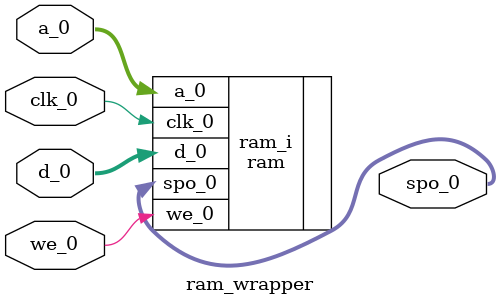
<source format=v>
`timescale 1 ps / 1 ps

module ram_wrapper
   (a_0,
    clk_0,
    d_0,
    spo_0,
    we_0);
  input [7:0]a_0;
  input clk_0;
  input [15:0]d_0;
  output [15:0]spo_0;
  input we_0;

  wire [7:0]a_0;
  wire clk_0;
  wire [15:0]d_0;
  wire [15:0]spo_0;
  wire we_0;

  ram ram_i
       (.a_0(a_0),
        .clk_0(clk_0),
        .d_0(d_0),
        .spo_0(spo_0),
        .we_0(we_0));
endmodule

</source>
